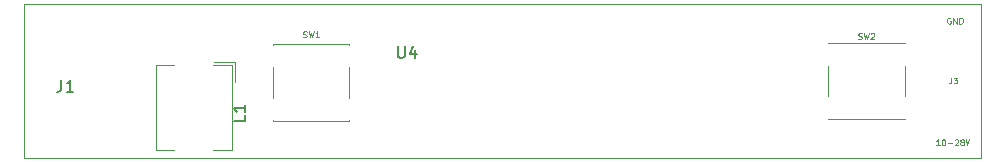
<source format=gbr>
G04 #@! TF.GenerationSoftware,KiCad,Pcbnew,(5.1.5-0-10_14)*
G04 #@! TF.CreationDate,2021-02-26T10:59:33+01:00*
G04 #@! TF.ProjectId,L_tfix,4cf67466-6978-42e6-9b69-6361645f7063,rev?*
G04 #@! TF.SameCoordinates,Original*
G04 #@! TF.FileFunction,Legend,Top*
G04 #@! TF.FilePolarity,Positive*
%FSLAX46Y46*%
G04 Gerber Fmt 4.6, Leading zero omitted, Abs format (unit mm)*
G04 Created by KiCad (PCBNEW (5.1.5-0-10_14)) date 2021-02-26 10:59:33*
%MOMM*%
%LPD*%
G04 APERTURE LIST*
%ADD10C,0.100000*%
%ADD11C,0.050000*%
%ADD12C,0.120000*%
%ADD13C,0.150000*%
G04 APERTURE END LIST*
D10*
X98504761Y-31926190D02*
X98219047Y-31926190D01*
X98361904Y-31926190D02*
X98361904Y-31426190D01*
X98314285Y-31497619D01*
X98266666Y-31545238D01*
X98219047Y-31569047D01*
X98814285Y-31426190D02*
X98861904Y-31426190D01*
X98909523Y-31450000D01*
X98933333Y-31473809D01*
X98957142Y-31521428D01*
X98980952Y-31616666D01*
X98980952Y-31735714D01*
X98957142Y-31830952D01*
X98933333Y-31878571D01*
X98909523Y-31902380D01*
X98861904Y-31926190D01*
X98814285Y-31926190D01*
X98766666Y-31902380D01*
X98742857Y-31878571D01*
X98719047Y-31830952D01*
X98695238Y-31735714D01*
X98695238Y-31616666D01*
X98719047Y-31521428D01*
X98742857Y-31473809D01*
X98766666Y-31450000D01*
X98814285Y-31426190D01*
X99195238Y-31735714D02*
X99576190Y-31735714D01*
X99790476Y-31473809D02*
X99814285Y-31450000D01*
X99861904Y-31426190D01*
X99980952Y-31426190D01*
X100028571Y-31450000D01*
X100052380Y-31473809D01*
X100076190Y-31521428D01*
X100076190Y-31569047D01*
X100052380Y-31640476D01*
X99766666Y-31926190D01*
X100076190Y-31926190D01*
X100361904Y-31640476D02*
X100314285Y-31616666D01*
X100290476Y-31592857D01*
X100266666Y-31545238D01*
X100266666Y-31521428D01*
X100290476Y-31473809D01*
X100314285Y-31450000D01*
X100361904Y-31426190D01*
X100457142Y-31426190D01*
X100504761Y-31450000D01*
X100528571Y-31473809D01*
X100552380Y-31521428D01*
X100552380Y-31545238D01*
X100528571Y-31592857D01*
X100504761Y-31616666D01*
X100457142Y-31640476D01*
X100361904Y-31640476D01*
X100314285Y-31664285D01*
X100290476Y-31688095D01*
X100266666Y-31735714D01*
X100266666Y-31830952D01*
X100290476Y-31878571D01*
X100314285Y-31902380D01*
X100361904Y-31926190D01*
X100457142Y-31926190D01*
X100504761Y-31902380D01*
X100528571Y-31878571D01*
X100552380Y-31830952D01*
X100552380Y-31735714D01*
X100528571Y-31688095D01*
X100504761Y-31664285D01*
X100457142Y-31640476D01*
X100695238Y-31426190D02*
X100861904Y-31926190D01*
X101028571Y-31426190D01*
X99419047Y-21150000D02*
X99371428Y-21126190D01*
X99300000Y-21126190D01*
X99228571Y-21150000D01*
X99180952Y-21197619D01*
X99157142Y-21245238D01*
X99133333Y-21340476D01*
X99133333Y-21411904D01*
X99157142Y-21507142D01*
X99180952Y-21554761D01*
X99228571Y-21602380D01*
X99300000Y-21626190D01*
X99347619Y-21626190D01*
X99419047Y-21602380D01*
X99442857Y-21578571D01*
X99442857Y-21411904D01*
X99347619Y-21411904D01*
X99657142Y-21626190D02*
X99657142Y-21126190D01*
X99942857Y-21626190D01*
X99942857Y-21126190D01*
X100180952Y-21626190D02*
X100180952Y-21126190D01*
X100300000Y-21126190D01*
X100371428Y-21150000D01*
X100419047Y-21197619D01*
X100442857Y-21245238D01*
X100466666Y-21340476D01*
X100466666Y-21411904D01*
X100442857Y-21507142D01*
X100419047Y-21554761D01*
X100371428Y-21602380D01*
X100300000Y-21626190D01*
X100180952Y-21626190D01*
D11*
X21000000Y-30000000D02*
X21000000Y-33000000D01*
X21000000Y-23000000D02*
X21000000Y-30000000D01*
X21000000Y-20000000D02*
X21000000Y-23000000D01*
X102000000Y-20000000D02*
X21000000Y-20000000D01*
X102000000Y-20000000D02*
X102000000Y-33000000D01*
X21000000Y-33000000D02*
X102000000Y-33000000D01*
D12*
X33673100Y-25099100D02*
X32120600Y-25099100D01*
X38580100Y-25099100D02*
X37010100Y-25099100D01*
X32120600Y-25099100D02*
X32120600Y-32338100D01*
X33690600Y-32338100D02*
X32120600Y-32338100D01*
X38580100Y-32338100D02*
X37010100Y-32338100D01*
X38580100Y-25099100D02*
X38580100Y-32338100D01*
X38834100Y-24845100D02*
X38834100Y-26575100D01*
X37104100Y-24845100D02*
X38834100Y-24845100D01*
X95530000Y-23270000D02*
X89070000Y-23270000D01*
X95530000Y-27800000D02*
X95530000Y-25200000D01*
X95530000Y-29730000D02*
X89070000Y-29730000D01*
X89070000Y-27800000D02*
X89070000Y-25200000D01*
X95530000Y-29700000D02*
X95530000Y-29730000D01*
X95530000Y-23270000D02*
X95530000Y-23300000D01*
X89070000Y-23270000D02*
X89070000Y-23300000D01*
X89070000Y-29730000D02*
X89070000Y-29700000D01*
X42055800Y-29843720D02*
X48515800Y-29843720D01*
X42055800Y-25313720D02*
X42055800Y-27913720D01*
X42055800Y-23383720D02*
X48515800Y-23383720D01*
X48515800Y-25313720D02*
X48515800Y-27913720D01*
X42055800Y-23413720D02*
X42055800Y-23383720D01*
X42055800Y-29843720D02*
X42055800Y-29813720D01*
X48515800Y-29843720D02*
X48515800Y-29813720D01*
X48515800Y-23383720D02*
X48515800Y-23413720D01*
D13*
X39730980Y-29393266D02*
X39730980Y-29869457D01*
X38730980Y-29869457D01*
X39730980Y-28536123D02*
X39730980Y-29107552D01*
X39730980Y-28821838D02*
X38730980Y-28821838D01*
X38873838Y-28917076D01*
X38969076Y-29012314D01*
X39016695Y-29107552D01*
X52639095Y-23541780D02*
X52639095Y-24351304D01*
X52686714Y-24446542D01*
X52734333Y-24494161D01*
X52829571Y-24541780D01*
X53020047Y-24541780D01*
X53115285Y-24494161D01*
X53162904Y-24446542D01*
X53210523Y-24351304D01*
X53210523Y-23541780D01*
X54115285Y-23875114D02*
X54115285Y-24541780D01*
X53877190Y-23494161D02*
X53639095Y-24208447D01*
X54258142Y-24208447D01*
X24152266Y-26419180D02*
X24152266Y-27133466D01*
X24104647Y-27276323D01*
X24009409Y-27371561D01*
X23866552Y-27419180D01*
X23771314Y-27419180D01*
X25152266Y-27419180D02*
X24580838Y-27419180D01*
X24866552Y-27419180D02*
X24866552Y-26419180D01*
X24771314Y-26562038D01*
X24676076Y-26657276D01*
X24580838Y-26704895D01*
D10*
X91621733Y-22920180D02*
X91693161Y-22943990D01*
X91812209Y-22943990D01*
X91859828Y-22920180D01*
X91883638Y-22896371D01*
X91907447Y-22848752D01*
X91907447Y-22801133D01*
X91883638Y-22753514D01*
X91859828Y-22729704D01*
X91812209Y-22705895D01*
X91716971Y-22682085D01*
X91669352Y-22658276D01*
X91645542Y-22634466D01*
X91621733Y-22586847D01*
X91621733Y-22539228D01*
X91645542Y-22491609D01*
X91669352Y-22467800D01*
X91716971Y-22443990D01*
X91836019Y-22443990D01*
X91907447Y-22467800D01*
X92074114Y-22443990D02*
X92193161Y-22943990D01*
X92288400Y-22586847D01*
X92383638Y-22943990D01*
X92502685Y-22443990D01*
X92669352Y-22491609D02*
X92693161Y-22467800D01*
X92740780Y-22443990D01*
X92859828Y-22443990D01*
X92907447Y-22467800D01*
X92931257Y-22491609D01*
X92955066Y-22539228D01*
X92955066Y-22586847D01*
X92931257Y-22658276D01*
X92645542Y-22943990D01*
X92955066Y-22943990D01*
X44619133Y-22766100D02*
X44690561Y-22789910D01*
X44809609Y-22789910D01*
X44857228Y-22766100D01*
X44881038Y-22742291D01*
X44904847Y-22694672D01*
X44904847Y-22647053D01*
X44881038Y-22599434D01*
X44857228Y-22575624D01*
X44809609Y-22551815D01*
X44714371Y-22528005D01*
X44666752Y-22504196D01*
X44642942Y-22480386D01*
X44619133Y-22432767D01*
X44619133Y-22385148D01*
X44642942Y-22337529D01*
X44666752Y-22313720D01*
X44714371Y-22289910D01*
X44833419Y-22289910D01*
X44904847Y-22313720D01*
X45071514Y-22289910D02*
X45190561Y-22789910D01*
X45285800Y-22432767D01*
X45381038Y-22789910D01*
X45500085Y-22289910D01*
X45952466Y-22789910D02*
X45666752Y-22789910D01*
X45809609Y-22789910D02*
X45809609Y-22289910D01*
X45761990Y-22361339D01*
X45714371Y-22408958D01*
X45666752Y-22432767D01*
X99487733Y-26203190D02*
X99487733Y-26560333D01*
X99463923Y-26631761D01*
X99416304Y-26679380D01*
X99344876Y-26703190D01*
X99297257Y-26703190D01*
X99678209Y-26203190D02*
X99987733Y-26203190D01*
X99821066Y-26393666D01*
X99892495Y-26393666D01*
X99940114Y-26417476D01*
X99963923Y-26441285D01*
X99987733Y-26488904D01*
X99987733Y-26607952D01*
X99963923Y-26655571D01*
X99940114Y-26679380D01*
X99892495Y-26703190D01*
X99749638Y-26703190D01*
X99702019Y-26679380D01*
X99678209Y-26655571D01*
M02*

</source>
